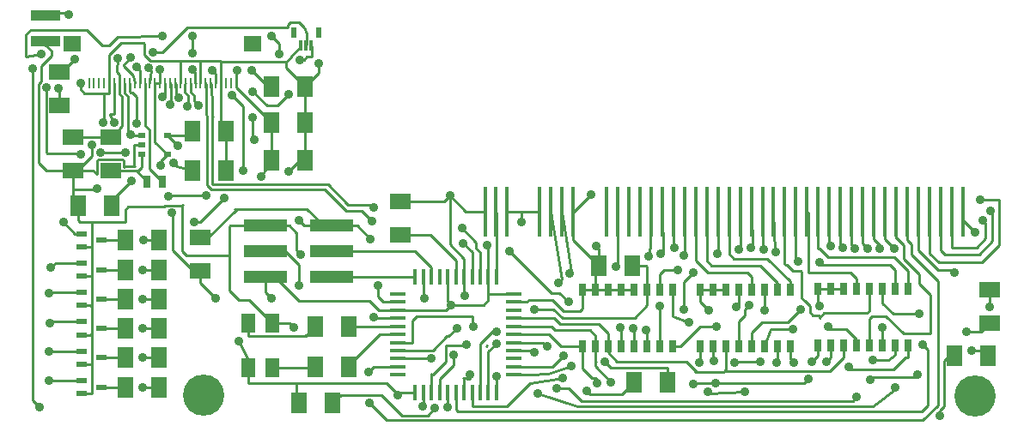
<source format=gtl>
G04 (created by PCBNEW (2013-may-18)-stable) date Mon Aug 15 13:55:16 2016*
%MOIN*%
G04 Gerber Fmt 3.4, Leading zero omitted, Abs format*
%FSLAX34Y34*%
G01*
G70*
G90*
G04 APERTURE LIST*
%ADD10C,0.00590551*%
%ADD11R,0.06X0.016*%
%ADD12R,0.016X0.06*%
%ADD13R,0.025X0.05*%
%ADD14R,0.06X0.08*%
%ADD15R,0.08X0.06*%
%ADD16R,0.025X0.045*%
%ADD17R,0.166929X0.05*%
%ADD18R,0.0551181X0.0748031*%
%ADD19R,0.015748X0.19685*%
%ADD20R,0.0394X0.0236*%
%ADD21R,0.00984252X0.0433071*%
%ADD22R,0.0669291X0.0590551*%
%ADD23R,0.03X0.02*%
%ADD24C,0.16*%
%ADD25R,0.011811X0.0433071*%
%ADD26R,0.0204724X0.0393701*%
%ADD27R,0.11811X0.0393701*%
%ADD28C,0.035*%
%ADD29C,0.01*%
G04 APERTURE END LIST*
G54D10*
G54D11*
X72269Y-60059D03*
X72269Y-59744D03*
X72269Y-59429D03*
X72269Y-59114D03*
X72269Y-58799D03*
X72269Y-58484D03*
X72269Y-60374D03*
X72269Y-60689D03*
X72269Y-61004D03*
X72269Y-61319D03*
X72269Y-61634D03*
X67769Y-60059D03*
X67769Y-59744D03*
X67769Y-59429D03*
X67769Y-59114D03*
X67769Y-58799D03*
X67769Y-58484D03*
X67769Y-60374D03*
X67769Y-60689D03*
X67769Y-61004D03*
X67769Y-61319D03*
X67769Y-61634D03*
G54D12*
X70019Y-57809D03*
X70019Y-62309D03*
X69704Y-57809D03*
X69704Y-62309D03*
X69389Y-62309D03*
X69389Y-57809D03*
X69074Y-57809D03*
X69074Y-62309D03*
X68759Y-62309D03*
X68759Y-57809D03*
X68444Y-57809D03*
X68444Y-62309D03*
X70334Y-62309D03*
X70334Y-57809D03*
X70649Y-57809D03*
X70649Y-62309D03*
X70964Y-62309D03*
X70964Y-57809D03*
X71279Y-57809D03*
X71279Y-62309D03*
X71594Y-62309D03*
X71594Y-57809D03*
G54D13*
X87557Y-58289D03*
X87057Y-58289D03*
X86557Y-58289D03*
X86057Y-58289D03*
X85557Y-58289D03*
X85057Y-58289D03*
X84557Y-58289D03*
X84057Y-58289D03*
X84057Y-60489D03*
X84557Y-60489D03*
X85057Y-60489D03*
X85557Y-60489D03*
X86057Y-60489D03*
X86557Y-60489D03*
X87057Y-60489D03*
X87557Y-60489D03*
X78423Y-58329D03*
X77923Y-58329D03*
X77423Y-58329D03*
X76923Y-58329D03*
X76423Y-58329D03*
X75923Y-58329D03*
X75423Y-58329D03*
X74923Y-58329D03*
X74923Y-60529D03*
X75423Y-60529D03*
X75923Y-60529D03*
X76423Y-60529D03*
X76923Y-60529D03*
X77423Y-60529D03*
X77923Y-60529D03*
X78423Y-60529D03*
G54D14*
X76850Y-57381D03*
X75550Y-57381D03*
G54D15*
X54625Y-51142D03*
X54625Y-49842D03*
G54D14*
X58504Y-56397D03*
X57204Y-56397D03*
X58504Y-57539D03*
X57204Y-57539D03*
X58504Y-58681D03*
X57204Y-58681D03*
X58504Y-59822D03*
X57204Y-59822D03*
X58504Y-60964D03*
X57204Y-60964D03*
X56653Y-55059D03*
X55353Y-55059D03*
X64173Y-53287D03*
X62873Y-53287D03*
X64173Y-51830D03*
X62873Y-51830D03*
G54D15*
X55177Y-53701D03*
X55177Y-52401D03*
X56633Y-53701D03*
X56633Y-52401D03*
G54D14*
X59802Y-52145D03*
X61102Y-52145D03*
X59802Y-53681D03*
X61102Y-53681D03*
X62873Y-50413D03*
X64173Y-50413D03*
X76928Y-61909D03*
X78228Y-61909D03*
X58504Y-62106D03*
X57204Y-62106D03*
G54D15*
X67854Y-56181D03*
X67854Y-54881D03*
G54D14*
X90669Y-60885D03*
X89369Y-60885D03*
G54D15*
X60098Y-57598D03*
X60098Y-56298D03*
G54D14*
X64566Y-61318D03*
X65866Y-61318D03*
X64566Y-59744D03*
X65866Y-59744D03*
G54D15*
X90728Y-59606D03*
X90728Y-58306D03*
G54D16*
X58026Y-54114D03*
X58626Y-54114D03*
G54D17*
X65197Y-57830D03*
X62637Y-57830D03*
X65197Y-56830D03*
X62637Y-56830D03*
X65197Y-55830D03*
X62637Y-55830D03*
G54D18*
X61948Y-59625D03*
X61948Y-61358D03*
X62893Y-61358D03*
X62893Y-59625D03*
G54D19*
X89708Y-55294D03*
X89275Y-55294D03*
X88842Y-55294D03*
X88409Y-55294D03*
X87976Y-55294D03*
X87543Y-55294D03*
X87110Y-55294D03*
X86677Y-55294D03*
X86244Y-55294D03*
X85811Y-55294D03*
X85378Y-55294D03*
X84945Y-55294D03*
X84512Y-55294D03*
X84079Y-55294D03*
X83645Y-55294D03*
X83212Y-55294D03*
X82779Y-55294D03*
X82346Y-55294D03*
X81913Y-55294D03*
X81480Y-55294D03*
X81047Y-55294D03*
X80614Y-55294D03*
X80181Y-55294D03*
X79748Y-55294D03*
X79315Y-55294D03*
X78882Y-55294D03*
X78449Y-55294D03*
X78016Y-55294D03*
X77582Y-55294D03*
X77149Y-55294D03*
X76716Y-55294D03*
X76283Y-55294D03*
X75850Y-55294D03*
X74551Y-55294D03*
X74118Y-55294D03*
X73685Y-55294D03*
X73252Y-55294D03*
X71992Y-55294D03*
X71579Y-55294D03*
X71165Y-55294D03*
G54D20*
X55511Y-62362D03*
X55511Y-61850D03*
X56259Y-62106D03*
X55511Y-56653D03*
X55511Y-56141D03*
X56259Y-56397D03*
X55511Y-57795D03*
X55511Y-57283D03*
X56259Y-57539D03*
X55511Y-58937D03*
X55511Y-58425D03*
X56259Y-58681D03*
X55511Y-60078D03*
X55511Y-59566D03*
X56259Y-59822D03*
X55511Y-61220D03*
X55511Y-60708D03*
X56259Y-60964D03*
G54D21*
X55781Y-50295D03*
X55978Y-50295D03*
X56175Y-50295D03*
X56372Y-50295D03*
X56569Y-50295D03*
X56765Y-50295D03*
X56962Y-50295D03*
X57159Y-50295D03*
X57356Y-50295D03*
X57553Y-50295D03*
X57750Y-50295D03*
X57947Y-50295D03*
X58143Y-50295D03*
X58340Y-50295D03*
X58537Y-50295D03*
X58734Y-50295D03*
X58931Y-50295D03*
X59128Y-50295D03*
X59325Y-50295D03*
X59521Y-50295D03*
X59718Y-50295D03*
X59915Y-50295D03*
X60112Y-50295D03*
X60309Y-50295D03*
X60506Y-50295D03*
X60702Y-50295D03*
X60899Y-50295D03*
X61096Y-50295D03*
X61293Y-50295D03*
X61490Y-50295D03*
G54D22*
X55141Y-48755D03*
X62141Y-48755D03*
G54D23*
X57826Y-52321D03*
X57826Y-53071D03*
X58826Y-52321D03*
X57826Y-52696D03*
X58826Y-53071D03*
G54D13*
X82990Y-58329D03*
X82490Y-58329D03*
X81990Y-58329D03*
X81490Y-58329D03*
X80990Y-58329D03*
X80490Y-58329D03*
X79990Y-58329D03*
X79490Y-58329D03*
X79490Y-60529D03*
X79990Y-60529D03*
X80490Y-60529D03*
X80990Y-60529D03*
X81490Y-60529D03*
X81990Y-60529D03*
X82490Y-60529D03*
X82990Y-60529D03*
G54D24*
X90177Y-62460D03*
X60216Y-62421D03*
G54D14*
X63936Y-62736D03*
X65236Y-62736D03*
G54D25*
X64412Y-48809D03*
X64212Y-48809D03*
X64012Y-48809D03*
G54D26*
X64692Y-48309D03*
X63732Y-48309D03*
G54D27*
X54094Y-48649D03*
X54094Y-47649D03*
G54D28*
X56909Y-49311D03*
X63956Y-49389D03*
X54114Y-50452D03*
X55452Y-53051D03*
X56240Y-52972D03*
X57185Y-52972D03*
X58562Y-53484D03*
X58523Y-49744D03*
X62106Y-49783D03*
X84389Y-61122D03*
X83681Y-61791D03*
X76043Y-61909D03*
X79232Y-61988D03*
X80019Y-61082D03*
X80098Y-61948D03*
X75492Y-61948D03*
X79783Y-62303D03*
X81240Y-62303D03*
X83838Y-61122D03*
X79468Y-61161D03*
X58090Y-49704D03*
X89822Y-59940D03*
X88129Y-60452D03*
X88011Y-59271D03*
X70570Y-61633D03*
X75098Y-62263D03*
X81988Y-59114D03*
X74153Y-61751D03*
X73051Y-59074D03*
X66751Y-55649D03*
X70295Y-56515D03*
X66830Y-55137D03*
X70255Y-55925D03*
X59074Y-53405D03*
X57381Y-52303D03*
X53937Y-49153D03*
X54232Y-61870D03*
X59783Y-48444D03*
X59783Y-49744D03*
X59783Y-49114D03*
X58641Y-48444D03*
X54232Y-60728D03*
X58641Y-50807D03*
X54271Y-59625D03*
X58917Y-51122D03*
X54311Y-57460D03*
X59586Y-51200D03*
X54232Y-58444D03*
X59271Y-50846D03*
X54783Y-55688D03*
X60019Y-51161D03*
X57618Y-49665D03*
X58248Y-49074D03*
X57381Y-49291D03*
X57618Y-51850D03*
X57421Y-54074D03*
X68799Y-58641D03*
X63917Y-58169D03*
X90177Y-56082D03*
X71594Y-59940D03*
X69704Y-62893D03*
X86003Y-56712D03*
X71594Y-60413D03*
X90452Y-55610D03*
X70688Y-59744D03*
X90767Y-55255D03*
X70059Y-59822D03*
X90374Y-54822D03*
X89350Y-57657D03*
X69074Y-61003D03*
X66673Y-62736D03*
X66633Y-61515D03*
X70413Y-60452D03*
X73917Y-62145D03*
X85570Y-62500D03*
X87027Y-56712D03*
X69940Y-60846D03*
X73208Y-62342D03*
X87066Y-62106D03*
X86476Y-56712D03*
X63917Y-55610D03*
X66712Y-56358D03*
X66988Y-58169D03*
X73051Y-60767D03*
X73996Y-58051D03*
X74429Y-57696D03*
X73562Y-60531D03*
X88799Y-63208D03*
X56751Y-51830D03*
X56082Y-54389D03*
X56318Y-51830D03*
X55885Y-52696D03*
X55452Y-50295D03*
X63523Y-53720D03*
X64704Y-49507D03*
X90728Y-58996D03*
X87933Y-61633D03*
X86082Y-61830D03*
X90019Y-60688D03*
X63996Y-56948D03*
X63720Y-59783D03*
X61594Y-60334D03*
X70374Y-58562D03*
X66830Y-59389D03*
X67775Y-62421D03*
X74192Y-60885D03*
X75255Y-54625D03*
X69783Y-54665D03*
X75807Y-61122D03*
X78641Y-57539D03*
X75452Y-56633D03*
X79822Y-59114D03*
X84114Y-58956D03*
X76240Y-57421D03*
X79074Y-59586D03*
X82460Y-61161D03*
X81476Y-56673D03*
X81397Y-58917D03*
X81003Y-56751D03*
X80885Y-58996D03*
X80177Y-56909D03*
X76909Y-59822D03*
X78877Y-56988D03*
X79232Y-57657D03*
X78877Y-59074D03*
X78484Y-56673D03*
X77381Y-59901D03*
X77972Y-56909D03*
X77933Y-58956D03*
X86555Y-59783D03*
X85492Y-56712D03*
X85019Y-56673D03*
X86200Y-61043D03*
X84468Y-59744D03*
X84547Y-56633D03*
X77500Y-57027D03*
X76397Y-59783D03*
X84114Y-57263D03*
X83287Y-57224D03*
X82421Y-56870D03*
X83405Y-59074D03*
X83090Y-59862D03*
X81948Y-56751D03*
X69192Y-62933D03*
X71594Y-61673D03*
X57854Y-62106D03*
X61318Y-50767D03*
X63169Y-49153D03*
X63523Y-50728D03*
X62145Y-50610D03*
X62854Y-48444D03*
X61751Y-53681D03*
X62185Y-52500D03*
X62145Y-51633D03*
X54586Y-50492D03*
X55216Y-49350D03*
X57854Y-58681D03*
X57893Y-56397D03*
X57854Y-57539D03*
X57854Y-59822D03*
X57854Y-60964D03*
X62460Y-53917D03*
X60334Y-54665D03*
X58877Y-54704D03*
X58996Y-55334D03*
X61515Y-49783D03*
X60570Y-49783D03*
X62854Y-58641D03*
X60688Y-58641D03*
X85255Y-61318D03*
X68720Y-62854D03*
X69822Y-58917D03*
X74389Y-58799D03*
X72106Y-56830D03*
X71240Y-56594D03*
X74507Y-61279D03*
X81830Y-61122D03*
X80846Y-61161D03*
X80137Y-59744D03*
X83129Y-61161D03*
X54980Y-47637D03*
X53602Y-49724D03*
X53858Y-62874D03*
X59862Y-55688D03*
X61043Y-54744D03*
X72578Y-55688D03*
X59232Y-52736D03*
G54D29*
X71240Y-60492D02*
X71200Y-60531D01*
X56958Y-52076D02*
X56958Y-52057D01*
X56962Y-50702D02*
X56962Y-50295D01*
X57066Y-51948D02*
X57066Y-50807D01*
X57066Y-50807D02*
X56962Y-50702D01*
X56958Y-52057D02*
X57066Y-51948D01*
X56962Y-50295D02*
X56962Y-49954D01*
X56962Y-49954D02*
X56870Y-49862D01*
X56870Y-49862D02*
X56909Y-49311D01*
X64432Y-49111D02*
X64432Y-48868D01*
X64432Y-49268D02*
X64432Y-49111D01*
X64429Y-49271D02*
X64432Y-49268D01*
X64232Y-49271D02*
X64429Y-49271D01*
X64114Y-49389D02*
X64232Y-49271D01*
X63956Y-49389D02*
X64114Y-49389D01*
X56962Y-52072D02*
X56958Y-52076D01*
X56958Y-52076D02*
X56633Y-52401D01*
X55177Y-52401D02*
X56633Y-52401D01*
X57185Y-52972D02*
X56240Y-52972D01*
X54114Y-52972D02*
X54114Y-50452D01*
X54153Y-53011D02*
X54114Y-52972D01*
X55413Y-53011D02*
X54153Y-53011D01*
X55452Y-53051D02*
X55413Y-53011D01*
X57185Y-52972D02*
X57145Y-53011D01*
X58562Y-53335D02*
X58826Y-53071D01*
X58562Y-53484D02*
X58562Y-53335D01*
X62873Y-50413D02*
X62736Y-50413D01*
X62736Y-50413D02*
X62106Y-49783D01*
X58340Y-52585D02*
X58826Y-53071D01*
X58340Y-50295D02*
X58340Y-52585D01*
X58537Y-49758D02*
X58537Y-50295D01*
X58523Y-49744D02*
X58537Y-49758D01*
X58340Y-50295D02*
X58537Y-50295D01*
X75923Y-60529D02*
X75923Y-60765D01*
X75923Y-60765D02*
X76279Y-61122D01*
X76279Y-61122D02*
X78562Y-61122D01*
X79350Y-61515D02*
X79311Y-61515D01*
X78956Y-61122D02*
X79350Y-61515D01*
X78562Y-61122D02*
X78956Y-61122D01*
X72269Y-59429D02*
X73838Y-59429D01*
X75923Y-60017D02*
X75923Y-60529D01*
X75570Y-59665D02*
X75923Y-60017D01*
X74074Y-59665D02*
X75570Y-59665D01*
X73838Y-59429D02*
X74074Y-59665D01*
X80433Y-61496D02*
X84527Y-61496D01*
X85057Y-60966D02*
X85057Y-60489D01*
X84527Y-61496D02*
X85057Y-60966D01*
X80490Y-61438D02*
X80490Y-60489D01*
X80413Y-61515D02*
X80433Y-61496D01*
X80433Y-61496D02*
X80490Y-61438D01*
X79311Y-61515D02*
X80413Y-61515D01*
X84389Y-61122D02*
X84557Y-60954D01*
X84557Y-60489D02*
X84557Y-60954D01*
X83681Y-61791D02*
X83523Y-61948D01*
X83523Y-61948D02*
X83366Y-61948D01*
X80098Y-61948D02*
X79271Y-61948D01*
X75452Y-61122D02*
X75423Y-61122D01*
X75423Y-61151D02*
X75452Y-61122D01*
X75423Y-61289D02*
X75423Y-61151D01*
X76043Y-61909D02*
X75423Y-61289D01*
X79271Y-61948D02*
X79232Y-61988D01*
X75423Y-60529D02*
X75423Y-60108D01*
X73720Y-59744D02*
X72269Y-59744D01*
X73877Y-59901D02*
X73720Y-59744D01*
X75216Y-59901D02*
X73877Y-59901D01*
X75423Y-60108D02*
X75216Y-59901D01*
X80098Y-61948D02*
X83366Y-61948D01*
X83366Y-61948D02*
X83523Y-61948D01*
X75423Y-60529D02*
X75423Y-61122D01*
X75423Y-61122D02*
X75423Y-61210D01*
X79990Y-61053D02*
X79990Y-60489D01*
X80019Y-61082D02*
X79990Y-61053D01*
X71594Y-57809D02*
X71594Y-55309D01*
X71594Y-55309D02*
X71579Y-55294D01*
X75452Y-61751D02*
X75452Y-61909D01*
X74923Y-61379D02*
X75295Y-61751D01*
X74923Y-60529D02*
X74923Y-61379D01*
X75295Y-61751D02*
X75452Y-61751D01*
X75452Y-61909D02*
X75492Y-61948D01*
X79822Y-62342D02*
X81240Y-62303D01*
X79783Y-62303D02*
X79822Y-62342D01*
X84057Y-60903D02*
X84057Y-60489D01*
X83838Y-61122D02*
X84057Y-60903D01*
X72269Y-60059D02*
X73641Y-60059D01*
X74111Y-60529D02*
X74923Y-60529D01*
X73641Y-60059D02*
X74111Y-60529D01*
X79490Y-61139D02*
X79490Y-60489D01*
X79468Y-61161D02*
X79490Y-61139D01*
X58143Y-50295D02*
X58183Y-49797D01*
X58183Y-49797D02*
X58090Y-49704D01*
X89822Y-59940D02*
X90394Y-59940D01*
X90394Y-59940D02*
X90728Y-59606D01*
X88011Y-63051D02*
X88090Y-63051D01*
X88326Y-60649D02*
X88129Y-60452D01*
X88326Y-62814D02*
X88326Y-60649D01*
X88090Y-63051D02*
X88326Y-62814D01*
X86555Y-63051D02*
X88011Y-63051D01*
X70019Y-62309D02*
X70019Y-62972D01*
X70098Y-63051D02*
X70019Y-62972D01*
X82342Y-63051D02*
X70098Y-63051D01*
X82814Y-63051D02*
X82342Y-63051D01*
X86555Y-63051D02*
X82814Y-63051D01*
X86557Y-58289D02*
X86557Y-58840D01*
X86988Y-59271D02*
X88011Y-59271D01*
X86557Y-58840D02*
X86988Y-59271D01*
X70452Y-61633D02*
X70570Y-61633D01*
X70334Y-61791D02*
X70295Y-61751D01*
X70334Y-62309D02*
X70334Y-61791D01*
X70570Y-61791D02*
X70452Y-61633D01*
X70295Y-61751D02*
X70570Y-61791D01*
X70570Y-61633D02*
X70570Y-61633D01*
X76456Y-62381D02*
X76928Y-61909D01*
X75216Y-62381D02*
X76456Y-62381D01*
X75098Y-62263D02*
X75216Y-62381D01*
X81990Y-58289D02*
X81990Y-59112D01*
X81990Y-59112D02*
X81988Y-59114D01*
X74153Y-59429D02*
X73799Y-59074D01*
X73799Y-59074D02*
X73051Y-59074D01*
X76850Y-57381D02*
X77381Y-57381D01*
X77423Y-57423D02*
X77423Y-58329D01*
X77381Y-57381D02*
X77423Y-57423D01*
X70649Y-62851D02*
X70649Y-62309D01*
X70649Y-62851D02*
X70649Y-62851D01*
X71988Y-62851D02*
X70649Y-62851D01*
X72893Y-61945D02*
X71988Y-62851D01*
X74153Y-61751D02*
X72893Y-61945D01*
X74153Y-61751D02*
X74153Y-61751D01*
X77423Y-58329D02*
X77423Y-58915D01*
X76948Y-59429D02*
X74153Y-59429D01*
X77423Y-58915D02*
X76948Y-59429D01*
X64940Y-54429D02*
X60531Y-54429D01*
X65767Y-55255D02*
X64940Y-54429D01*
X60531Y-54429D02*
X60374Y-54271D01*
X60309Y-50295D02*
X60334Y-50321D01*
X60334Y-50321D02*
X60334Y-51515D01*
X60334Y-51515D02*
X60374Y-51555D01*
X60374Y-54232D02*
X60374Y-51555D01*
X60374Y-54271D02*
X60374Y-54232D01*
X60295Y-50309D02*
X60309Y-50295D01*
X66358Y-55255D02*
X65767Y-55255D01*
X66751Y-55649D02*
X66358Y-55255D01*
X70649Y-57809D02*
X70649Y-56870D01*
X70649Y-56870D02*
X70295Y-56515D01*
X60570Y-54232D02*
X65059Y-54232D01*
X65059Y-54232D02*
X65846Y-55019D01*
X60506Y-50295D02*
X60531Y-50321D01*
X60570Y-51583D02*
X60570Y-54232D01*
X60610Y-51583D02*
X60570Y-51583D01*
X60570Y-51543D02*
X60610Y-51583D01*
X60570Y-51504D02*
X60570Y-51543D01*
X60570Y-50846D02*
X60570Y-51504D01*
X60559Y-50846D02*
X60570Y-50846D01*
X60531Y-50688D02*
X60559Y-50846D01*
X60531Y-50321D02*
X60531Y-50688D01*
X70964Y-57809D02*
X70964Y-56870D01*
X70964Y-56870D02*
X70807Y-56712D01*
X66712Y-55019D02*
X65846Y-55019D01*
X66830Y-55137D02*
X66712Y-55019D01*
X70807Y-56476D02*
X70255Y-55925D01*
X70807Y-56712D02*
X70807Y-56476D01*
X57159Y-50295D02*
X57159Y-50663D01*
X57303Y-52224D02*
X57381Y-52303D01*
X57303Y-50807D02*
X57303Y-52224D01*
X57159Y-50663D02*
X57303Y-50807D01*
X57826Y-52321D02*
X57400Y-52321D01*
X59192Y-53523D02*
X59802Y-53681D01*
X59074Y-53405D02*
X59192Y-53523D01*
X57400Y-52321D02*
X57381Y-52303D01*
X55688Y-48208D02*
X53543Y-48208D01*
X53543Y-48208D02*
X53346Y-48405D01*
X53937Y-49153D02*
X53326Y-49271D01*
X53326Y-49271D02*
X53346Y-49251D01*
X53346Y-49251D02*
X53346Y-48405D01*
X54252Y-61850D02*
X55511Y-61850D01*
X54232Y-61870D02*
X54252Y-61850D01*
X56574Y-48818D02*
X56299Y-48818D01*
X56299Y-48818D02*
X55688Y-48208D01*
X59901Y-50281D02*
X59901Y-49862D01*
X59901Y-49862D02*
X59783Y-49744D01*
X59783Y-49114D02*
X59783Y-48444D01*
X59915Y-50295D02*
X59901Y-50281D01*
X56909Y-48484D02*
X56574Y-48818D01*
X56574Y-48818D02*
X56555Y-48838D01*
X58641Y-48444D02*
X56909Y-48484D01*
X54252Y-60708D02*
X55511Y-60708D01*
X54232Y-60728D02*
X54252Y-60708D01*
X58734Y-50295D02*
X58734Y-50714D01*
X58734Y-50714D02*
X58641Y-50807D01*
X54330Y-59566D02*
X55511Y-59566D01*
X54271Y-59625D02*
X54330Y-59566D01*
X58931Y-50295D02*
X58956Y-50321D01*
X58956Y-51082D02*
X58917Y-51122D01*
X58956Y-50321D02*
X58956Y-51082D01*
X54488Y-57283D02*
X55511Y-57283D01*
X54311Y-57460D02*
X54488Y-57283D01*
X59507Y-50309D02*
X59507Y-50649D01*
X59507Y-50649D02*
X59625Y-50767D01*
X59625Y-50767D02*
X59625Y-50846D01*
X59625Y-50846D02*
X59625Y-51043D01*
X59625Y-51043D02*
X59625Y-51161D01*
X59625Y-51161D02*
X59586Y-51200D01*
X59521Y-50295D02*
X59507Y-50309D01*
X54252Y-58425D02*
X55511Y-58425D01*
X54232Y-58444D02*
X54252Y-58425D01*
X59128Y-50295D02*
X59153Y-50321D01*
X59153Y-50728D02*
X59271Y-50846D01*
X59153Y-50321D02*
X59153Y-50728D01*
X55236Y-56141D02*
X55511Y-56141D01*
X54783Y-55688D02*
X55236Y-56141D01*
X59739Y-50316D02*
X59739Y-50644D01*
X59739Y-50644D02*
X59862Y-50767D01*
X59862Y-50767D02*
X59862Y-51003D01*
X59862Y-51003D02*
X60019Y-51161D01*
X59718Y-50295D02*
X59739Y-50316D01*
X57947Y-50295D02*
X57947Y-51923D01*
X57947Y-51923D02*
X58129Y-52106D01*
X58129Y-52106D02*
X58129Y-53617D01*
X58129Y-53617D02*
X58626Y-54114D01*
X57750Y-49797D02*
X57750Y-50295D01*
X57618Y-49665D02*
X57750Y-49797D01*
X57381Y-49291D02*
X57381Y-49330D01*
X57145Y-49625D02*
X57503Y-49984D01*
X57145Y-49566D02*
X57145Y-49625D01*
X57381Y-49330D02*
X57145Y-49566D01*
X64232Y-48366D02*
X64232Y-48789D01*
X63484Y-48129D02*
X63484Y-48031D01*
X63917Y-47933D02*
X64114Y-48129D01*
X63582Y-47933D02*
X63917Y-47933D01*
X63484Y-48031D02*
X63582Y-47933D01*
X64114Y-48129D02*
X64232Y-48366D01*
X59586Y-48129D02*
X63484Y-48129D01*
X64232Y-48789D02*
X64212Y-48809D01*
X58248Y-49074D02*
X58523Y-49074D01*
X58641Y-49074D02*
X59586Y-48129D01*
X58523Y-49074D02*
X58641Y-49074D01*
X59586Y-48129D02*
X59586Y-48169D01*
X59586Y-48169D02*
X59586Y-48129D01*
X57553Y-50295D02*
X57503Y-49984D01*
X57618Y-51850D02*
X57618Y-50807D01*
X57356Y-50624D02*
X57356Y-50295D01*
X57381Y-50649D02*
X57356Y-50624D01*
X57460Y-50649D02*
X57381Y-50649D01*
X57618Y-50807D02*
X57460Y-50649D01*
X57592Y-51825D02*
X57618Y-51850D01*
X57421Y-54074D02*
X56653Y-54842D01*
X56653Y-54842D02*
X56653Y-55059D01*
X68444Y-57809D02*
X65218Y-57809D01*
X65218Y-57809D02*
X65197Y-57830D01*
X62637Y-56830D02*
X63405Y-56830D01*
X68759Y-58602D02*
X68759Y-57809D01*
X68799Y-58641D02*
X68759Y-58602D01*
X63917Y-57342D02*
X63917Y-58169D01*
X63405Y-56830D02*
X63917Y-57342D01*
X70964Y-62309D02*
X70964Y-60410D01*
X71434Y-59941D02*
X71594Y-59940D01*
X70964Y-60410D02*
X71434Y-59941D01*
X89708Y-55614D02*
X89708Y-55294D01*
X90177Y-56082D02*
X89708Y-55614D01*
X69704Y-62309D02*
X69704Y-62893D01*
X69704Y-62893D02*
X69704Y-62893D01*
X85811Y-56520D02*
X86003Y-56712D01*
X85811Y-56520D02*
X85811Y-55294D01*
X71279Y-60728D02*
X71279Y-62309D01*
X71594Y-60413D02*
X71279Y-60728D01*
X89275Y-55294D02*
X89275Y-56668D01*
X90216Y-56673D02*
X89271Y-56673D01*
X89271Y-56673D02*
X89275Y-56668D01*
X90452Y-55610D02*
X90570Y-55728D01*
X90570Y-55728D02*
X90570Y-56318D01*
X90570Y-56318D02*
X90216Y-56673D01*
X70649Y-59350D02*
X70649Y-59704D01*
X70649Y-59704D02*
X70688Y-59744D01*
X70649Y-59350D02*
X68484Y-59350D01*
X68326Y-60374D02*
X68326Y-60374D01*
X68326Y-59507D02*
X68326Y-60374D01*
X68484Y-59350D02*
X68326Y-59507D01*
X68326Y-60374D02*
X67769Y-60374D01*
X88842Y-56795D02*
X88842Y-55294D01*
X88996Y-56948D02*
X88842Y-56795D01*
X90334Y-56948D02*
X88996Y-56948D01*
X90846Y-56437D02*
X90334Y-56948D01*
X90846Y-55334D02*
X90846Y-56437D01*
X90767Y-55255D02*
X90846Y-55334D01*
X88409Y-55294D02*
X88409Y-56913D01*
X69114Y-60689D02*
X67769Y-60689D01*
X69665Y-60137D02*
X69114Y-60689D01*
X69744Y-60137D02*
X69665Y-60137D01*
X70059Y-59822D02*
X69744Y-60137D01*
X91082Y-54822D02*
X90374Y-54822D01*
X91082Y-56594D02*
X91082Y-54822D01*
X90413Y-57263D02*
X91082Y-56594D01*
X88759Y-57263D02*
X90413Y-57263D01*
X88409Y-56913D02*
X88759Y-57263D01*
X67769Y-61004D02*
X69074Y-61004D01*
X87976Y-56795D02*
X87976Y-55294D01*
X88720Y-57539D02*
X87976Y-56795D01*
X89232Y-57539D02*
X88720Y-57539D01*
X89350Y-57657D02*
X89232Y-57539D01*
X69074Y-61004D02*
X69074Y-61003D01*
X67769Y-61319D02*
X66830Y-61319D01*
X67342Y-63405D02*
X69311Y-63405D01*
X66673Y-62736D02*
X67342Y-63405D01*
X66830Y-61319D02*
X66633Y-61515D01*
X87696Y-56555D02*
X87696Y-56948D01*
X87543Y-56401D02*
X87696Y-56555D01*
X87543Y-56401D02*
X87543Y-55294D01*
X88720Y-57972D02*
X88444Y-57696D01*
X87696Y-56948D02*
X88444Y-57696D01*
X88129Y-63405D02*
X88720Y-62814D01*
X88720Y-62814D02*
X88720Y-57972D01*
X69311Y-63405D02*
X88129Y-63405D01*
X69074Y-62309D02*
X69074Y-61634D01*
X69074Y-61594D02*
X69074Y-61634D01*
X69074Y-61633D02*
X69074Y-61594D01*
X69074Y-61634D02*
X69074Y-61633D01*
X69074Y-61634D02*
X69113Y-61634D01*
X69113Y-61634D02*
X69625Y-61122D01*
X69625Y-61122D02*
X69625Y-60492D01*
X69625Y-60492D02*
X70334Y-60492D01*
X70334Y-60492D02*
X70374Y-60452D01*
X70374Y-60452D02*
X70413Y-60452D01*
X74389Y-62145D02*
X73917Y-62145D01*
X74895Y-62651D02*
X74389Y-62145D01*
X85419Y-62651D02*
X74895Y-62651D01*
X85570Y-62500D02*
X85419Y-62651D01*
X86677Y-55294D02*
X86677Y-56362D01*
X86677Y-56362D02*
X87027Y-56712D01*
X69389Y-62309D02*
X69389Y-61791D01*
X69940Y-61240D02*
X69940Y-60846D01*
X69389Y-61791D02*
X69940Y-61240D01*
X74740Y-62851D02*
X86243Y-62851D01*
X73208Y-62342D02*
X74740Y-62851D01*
X86200Y-62851D02*
X87148Y-62106D01*
X87148Y-62106D02*
X87066Y-62106D01*
X86243Y-62851D02*
X86200Y-62851D01*
X86244Y-55294D02*
X86244Y-56362D01*
X86476Y-56594D02*
X86476Y-56712D01*
X86244Y-56362D02*
X86476Y-56594D01*
X60098Y-56298D02*
X60394Y-56298D01*
X61515Y-55177D02*
X61437Y-55177D01*
X60394Y-56298D02*
X61515Y-55177D01*
X64137Y-55830D02*
X65197Y-55830D01*
X63917Y-55610D02*
X64137Y-55830D01*
X64885Y-55830D02*
X65197Y-55830D01*
X64232Y-55177D02*
X64885Y-55830D01*
X61437Y-55177D02*
X64232Y-55177D01*
X67769Y-58799D02*
X67184Y-58799D01*
X66185Y-55830D02*
X65197Y-55830D01*
X66712Y-56358D02*
X66185Y-55830D01*
X66988Y-58602D02*
X66988Y-58169D01*
X67184Y-58799D02*
X66988Y-58602D01*
X65197Y-56830D02*
X68444Y-56830D01*
X69074Y-57460D02*
X69074Y-57809D01*
X68444Y-56830D02*
X69074Y-57460D01*
X73685Y-55294D02*
X74118Y-57928D01*
X72972Y-60689D02*
X72269Y-60689D01*
X73051Y-60767D02*
X72972Y-60689D01*
X74118Y-57928D02*
X73996Y-58051D01*
X72269Y-60374D02*
X73405Y-60374D01*
X74512Y-57613D02*
X74118Y-55294D01*
X74429Y-57696D02*
X74512Y-57613D01*
X73405Y-60374D02*
X73562Y-60531D01*
X88799Y-63208D02*
X88799Y-63011D01*
X88956Y-61101D02*
X89369Y-60688D01*
X88956Y-62854D02*
X88956Y-61101D01*
X88799Y-63011D02*
X88956Y-62854D01*
X88799Y-63208D02*
X88799Y-63090D01*
X56751Y-50309D02*
X56765Y-50295D01*
X56751Y-51476D02*
X56751Y-50309D01*
X56594Y-51476D02*
X56751Y-51476D01*
X56594Y-51515D02*
X56594Y-51476D01*
X56751Y-51830D02*
X56594Y-51515D01*
X89290Y-60767D02*
X89369Y-60688D01*
X54074Y-48720D02*
X54074Y-48779D01*
X54134Y-53701D02*
X55177Y-53701D01*
X53818Y-53385D02*
X54134Y-53701D01*
X53818Y-50334D02*
X53818Y-53385D01*
X53937Y-50216D02*
X53818Y-50334D01*
X53937Y-49625D02*
X53937Y-50216D01*
X54330Y-49232D02*
X53937Y-49625D01*
X54330Y-49035D02*
X54330Y-49232D01*
X54074Y-48779D02*
X54330Y-49035D01*
X57913Y-49173D02*
X57913Y-48740D01*
X57027Y-48720D02*
X56594Y-49153D01*
X57893Y-48720D02*
X57027Y-48720D01*
X57913Y-48740D02*
X57893Y-48720D01*
X64012Y-48809D02*
X64012Y-48848D01*
X63582Y-49278D02*
X63582Y-49318D01*
X64012Y-48848D02*
X63582Y-49278D01*
X63838Y-61948D02*
X63838Y-62638D01*
X63838Y-62638D02*
X63936Y-62736D01*
X67775Y-62421D02*
X67775Y-62381D01*
X67342Y-61948D02*
X63838Y-61948D01*
X63838Y-61948D02*
X61948Y-61948D01*
X67775Y-62381D02*
X67342Y-61948D01*
X55511Y-60078D02*
X55885Y-60078D01*
X55846Y-60059D02*
X55885Y-60059D01*
X55866Y-60059D02*
X55846Y-60059D01*
X55885Y-60078D02*
X55866Y-60059D01*
X55511Y-58937D02*
X55885Y-58937D01*
X55846Y-58956D02*
X55885Y-58956D01*
X55866Y-58956D02*
X55846Y-58956D01*
X55885Y-58937D02*
X55866Y-58956D01*
X55511Y-57795D02*
X55885Y-57795D01*
X55846Y-57775D02*
X55885Y-57775D01*
X55866Y-57775D02*
X55846Y-57775D01*
X55885Y-57795D02*
X55866Y-57775D01*
X55511Y-56653D02*
X55885Y-56653D01*
X55885Y-56653D02*
X55885Y-56673D01*
X55885Y-61358D02*
X55885Y-60059D01*
X55885Y-60059D02*
X55885Y-58956D01*
X55885Y-58956D02*
X55885Y-57775D01*
X55885Y-57775D02*
X55885Y-56673D01*
X55885Y-56673D02*
X55885Y-55688D01*
X55885Y-55688D02*
X55885Y-55728D01*
X55885Y-55728D02*
X55885Y-55688D01*
X55511Y-62362D02*
X55905Y-62362D01*
X55866Y-61220D02*
X55511Y-61220D01*
X55885Y-61240D02*
X55866Y-61220D01*
X55885Y-62342D02*
X55885Y-61358D01*
X55885Y-61358D02*
X55885Y-61240D01*
X55905Y-62362D02*
X55885Y-62342D01*
X56043Y-54429D02*
X55177Y-54429D01*
X56082Y-54389D02*
X56043Y-54429D01*
X56358Y-51791D02*
X56358Y-50688D01*
X56318Y-51830D02*
X56358Y-51791D01*
X55177Y-53701D02*
X55314Y-53701D01*
X55885Y-53129D02*
X55885Y-52696D01*
X55314Y-53701D02*
X55885Y-53129D01*
X55177Y-53701D02*
X55177Y-53484D01*
X57086Y-53267D02*
X56141Y-53267D01*
X55945Y-53701D02*
X55177Y-53701D01*
X56082Y-53838D02*
X55945Y-53701D01*
X56082Y-53326D02*
X56082Y-53838D01*
X56141Y-53267D02*
X56082Y-53326D01*
X57066Y-53267D02*
X57086Y-53267D01*
X57539Y-53484D02*
X57539Y-53169D01*
X57578Y-53523D02*
X57539Y-53484D01*
X57162Y-53523D02*
X57578Y-53523D01*
X57145Y-53540D02*
X57162Y-53523D01*
X57145Y-53326D02*
X57145Y-53540D01*
X57086Y-53267D02*
X57145Y-53326D01*
X55452Y-50295D02*
X55492Y-50334D01*
X55492Y-50334D02*
X55452Y-50531D01*
X55452Y-50531D02*
X55610Y-50688D01*
X55610Y-50688D02*
X55807Y-50688D01*
X55807Y-50688D02*
X56358Y-50688D01*
X56358Y-50688D02*
X56569Y-50688D01*
X56569Y-50688D02*
X56569Y-50295D01*
X57539Y-53169D02*
X57539Y-52696D01*
X57539Y-52696D02*
X57826Y-52696D01*
X55177Y-53701D02*
X55177Y-54429D01*
X55177Y-54429D02*
X55177Y-54882D01*
X55177Y-54882D02*
X55353Y-55059D01*
X59389Y-55039D02*
X58740Y-55039D01*
X57185Y-55688D02*
X55885Y-55688D01*
X57185Y-55216D02*
X57185Y-55688D01*
X57303Y-55098D02*
X57185Y-55216D01*
X58681Y-55098D02*
X57303Y-55098D01*
X58740Y-55039D02*
X58681Y-55098D01*
X55885Y-55688D02*
X55413Y-55688D01*
X55353Y-55629D02*
X55353Y-55059D01*
X55413Y-55688D02*
X55353Y-55629D01*
X58169Y-49429D02*
X57913Y-49173D01*
X56569Y-49178D02*
X56569Y-49443D01*
X56569Y-50295D02*
X56569Y-49443D01*
X56594Y-49153D02*
X56569Y-49178D01*
X64173Y-50413D02*
X64173Y-51830D01*
X64173Y-51830D02*
X64173Y-53287D01*
X63956Y-53287D02*
X64173Y-53287D01*
X63523Y-53720D02*
X63956Y-53287D01*
X55177Y-53701D02*
X55512Y-53701D01*
X59547Y-56988D02*
X61240Y-56988D01*
X59389Y-56830D02*
X59547Y-56988D01*
X59389Y-55059D02*
X59389Y-55039D01*
X59389Y-55039D02*
X59389Y-56830D01*
X59429Y-55019D02*
X59389Y-55059D01*
X64704Y-49507D02*
X64704Y-49882D01*
X64704Y-49882D02*
X64173Y-50413D01*
X64704Y-49507D02*
X64639Y-49442D01*
X60112Y-50295D02*
X60112Y-49429D01*
X60112Y-49429D02*
X60098Y-49429D01*
X60899Y-50295D02*
X60899Y-51942D01*
X60899Y-49468D02*
X60899Y-50295D01*
X59325Y-50295D02*
X59325Y-49429D01*
X59311Y-49468D02*
X59311Y-49429D01*
X59311Y-49443D02*
X59311Y-49468D01*
X59325Y-49429D02*
X59311Y-49443D01*
X58169Y-49429D02*
X59311Y-49429D01*
X59311Y-49429D02*
X60098Y-49429D01*
X55177Y-53701D02*
X55353Y-53701D01*
X60899Y-51942D02*
X61102Y-52145D01*
X61102Y-53681D02*
X61102Y-52145D01*
X63432Y-49468D02*
X63432Y-49672D01*
X63432Y-49672D02*
X64173Y-50413D01*
X90728Y-58996D02*
X90728Y-58306D01*
X87854Y-61712D02*
X87933Y-61633D01*
X86200Y-61712D02*
X87854Y-61712D01*
X86082Y-61830D02*
X86200Y-61712D01*
X90019Y-60688D02*
X90669Y-60688D01*
X63547Y-55830D02*
X62637Y-55830D01*
X63838Y-56122D02*
X63547Y-55830D01*
X63838Y-56791D02*
X63838Y-56122D01*
X63996Y-56948D02*
X63838Y-56791D01*
X60899Y-49468D02*
X63432Y-49468D01*
X63432Y-49468D02*
X63582Y-49318D01*
X63582Y-49318D02*
X63576Y-49324D01*
X60899Y-49443D02*
X60899Y-49468D01*
X60885Y-49429D02*
X60899Y-49443D01*
X60098Y-49429D02*
X60885Y-49429D01*
X67854Y-54881D02*
X69567Y-54881D01*
X69567Y-54881D02*
X69783Y-54665D01*
X62637Y-55830D02*
X61255Y-55830D01*
X61255Y-55830D02*
X61240Y-55846D01*
X61240Y-55846D02*
X61240Y-56988D01*
X61988Y-58720D02*
X62893Y-59625D01*
X61240Y-56988D02*
X61240Y-58366D01*
X61240Y-58366D02*
X61594Y-58720D01*
X61594Y-58720D02*
X61988Y-58720D01*
X61948Y-61358D02*
X61948Y-61948D01*
X61948Y-61358D02*
X61948Y-61043D01*
X63562Y-59625D02*
X62893Y-59625D01*
X63720Y-59783D02*
X63562Y-59625D01*
X61948Y-61043D02*
X61594Y-60334D01*
X70334Y-58523D02*
X70334Y-57809D01*
X70374Y-58562D02*
X70334Y-58523D01*
X68444Y-62309D02*
X67887Y-62309D01*
X67887Y-62309D02*
X67775Y-62421D01*
X66870Y-59429D02*
X67769Y-59429D01*
X66830Y-59389D02*
X66870Y-59429D01*
X72269Y-61319D02*
X73759Y-61319D01*
X73759Y-61319D02*
X74192Y-60885D01*
X72269Y-58799D02*
X72775Y-58799D01*
X74923Y-59053D02*
X74923Y-58329D01*
X74822Y-59153D02*
X74923Y-59053D01*
X74192Y-59153D02*
X74822Y-59153D01*
X73759Y-58720D02*
X74192Y-59153D01*
X72854Y-58720D02*
X73759Y-58720D01*
X72775Y-58799D02*
X72854Y-58720D01*
X70334Y-57809D02*
X70334Y-57106D01*
X70334Y-57106D02*
X69783Y-56555D01*
X69783Y-56555D02*
X69783Y-54665D01*
X71165Y-55294D02*
X70412Y-55294D01*
X74587Y-55294D02*
X74551Y-55294D01*
X75255Y-54625D02*
X74587Y-55294D01*
X70412Y-55294D02*
X69783Y-54665D01*
X78228Y-61909D02*
X78228Y-61342D01*
X76043Y-61358D02*
X75807Y-61122D01*
X78212Y-61358D02*
X76043Y-61358D01*
X78228Y-61342D02*
X78212Y-61358D01*
X77923Y-58329D02*
X77923Y-57706D01*
X78090Y-57539D02*
X78641Y-57539D01*
X77923Y-57706D02*
X78090Y-57539D01*
X75550Y-57381D02*
X75550Y-56731D01*
X75550Y-56731D02*
X75452Y-56633D01*
X74551Y-55294D02*
X74551Y-56382D01*
X74551Y-56382D02*
X75550Y-57381D01*
X75423Y-58329D02*
X75423Y-57509D01*
X75423Y-57509D02*
X75550Y-57381D01*
X76423Y-58329D02*
X76923Y-58329D01*
X75923Y-58329D02*
X76423Y-58329D01*
X75423Y-58329D02*
X75923Y-58329D01*
X74923Y-58329D02*
X75423Y-58329D01*
X79490Y-58329D02*
X79490Y-58781D01*
X79490Y-58781D02*
X79822Y-59114D01*
X79990Y-58329D02*
X80490Y-58329D01*
X79490Y-58329D02*
X79990Y-58329D01*
X84557Y-58289D02*
X85057Y-58289D01*
X84057Y-58289D02*
X84557Y-58289D01*
X84057Y-58289D02*
X84057Y-58899D01*
X84057Y-58899D02*
X84114Y-58956D01*
X87110Y-56279D02*
X87110Y-56283D01*
X86057Y-59454D02*
X86161Y-59350D01*
X86161Y-59350D02*
X86712Y-59350D01*
X86712Y-59350D02*
X87381Y-60019D01*
X87381Y-60019D02*
X88444Y-60019D01*
X88444Y-60019D02*
X88444Y-58523D01*
X88444Y-58523D02*
X88011Y-58090D01*
X86057Y-59454D02*
X86057Y-60489D01*
X88011Y-57736D02*
X88011Y-58090D01*
X87405Y-57129D02*
X88011Y-57736D01*
X87405Y-56578D02*
X87405Y-57129D01*
X87110Y-56283D02*
X87405Y-56578D01*
X87110Y-56323D02*
X87110Y-56279D01*
X87110Y-56279D02*
X87110Y-55294D01*
X67769Y-60059D02*
X67066Y-60059D01*
X66043Y-61082D02*
X65866Y-61082D01*
X67066Y-60059D02*
X66043Y-61082D01*
X65866Y-59744D02*
X67769Y-59744D01*
X67769Y-59744D02*
X67769Y-59744D01*
X62893Y-61358D02*
X64290Y-61358D01*
X64290Y-61358D02*
X64566Y-61082D01*
X61948Y-60137D02*
X64153Y-60137D01*
X64192Y-60098D02*
X64192Y-60117D01*
X64153Y-60137D02*
X64192Y-60098D01*
X61948Y-59625D02*
X61948Y-60137D01*
X64192Y-60117D02*
X64566Y-59744D01*
X76283Y-55294D02*
X76283Y-57377D01*
X76283Y-57377D02*
X76240Y-57421D01*
X78423Y-59368D02*
X78423Y-58329D01*
X79074Y-59586D02*
X78423Y-59368D01*
X81480Y-55294D02*
X81520Y-56629D01*
X82490Y-61131D02*
X82490Y-60489D01*
X82460Y-61161D02*
X82490Y-61131D01*
X81520Y-56629D02*
X81476Y-56673D01*
X81047Y-55294D02*
X81047Y-56708D01*
X80990Y-59561D02*
X80990Y-60489D01*
X81240Y-59311D02*
X80990Y-59561D01*
X81240Y-59074D02*
X81240Y-59311D01*
X81397Y-58917D02*
X81240Y-59074D01*
X81047Y-56708D02*
X81003Y-56751D01*
X80614Y-55294D02*
X80614Y-56913D01*
X82990Y-57990D02*
X82990Y-58289D01*
X82106Y-57106D02*
X82990Y-57990D01*
X80807Y-57106D02*
X82106Y-57106D01*
X80614Y-56913D02*
X80807Y-57106D01*
X80181Y-55294D02*
X80181Y-56953D01*
X80990Y-58891D02*
X80990Y-58289D01*
X80885Y-58996D02*
X80990Y-58891D01*
X80177Y-56948D02*
X80177Y-56909D01*
X80181Y-56953D02*
X80177Y-56948D01*
X82490Y-58289D02*
X82490Y-58041D01*
X79748Y-57189D02*
X79748Y-55294D01*
X79940Y-57381D02*
X79748Y-57189D01*
X81830Y-57381D02*
X79940Y-57381D01*
X82490Y-58041D02*
X81830Y-57381D01*
X81490Y-58289D02*
X81490Y-57828D01*
X79315Y-57189D02*
X79315Y-55294D01*
X79783Y-57657D02*
X79315Y-57189D01*
X81318Y-57657D02*
X79783Y-57657D01*
X81490Y-57828D02*
X81318Y-57657D01*
X78882Y-55294D02*
X78882Y-56983D01*
X76923Y-59836D02*
X76923Y-60529D01*
X76909Y-59822D02*
X76923Y-59836D01*
X78882Y-56983D02*
X78877Y-56988D01*
X79232Y-57657D02*
X78877Y-58011D01*
X78877Y-58011D02*
X78877Y-59074D01*
X78449Y-55294D02*
X78449Y-56638D01*
X78449Y-56638D02*
X78484Y-56673D01*
X77423Y-59942D02*
X77423Y-60529D01*
X77381Y-59901D02*
X77423Y-59942D01*
X77923Y-60529D02*
X77923Y-58966D01*
X78055Y-56826D02*
X78016Y-55294D01*
X77972Y-56909D02*
X78055Y-56826D01*
X77923Y-58966D02*
X77933Y-58956D01*
X85378Y-55294D02*
X85378Y-56598D01*
X86557Y-59785D02*
X86557Y-60489D01*
X86555Y-59783D02*
X86557Y-59785D01*
X85378Y-56598D02*
X85492Y-56712D01*
X87057Y-60489D02*
X87057Y-60856D01*
X84945Y-56598D02*
X84945Y-55294D01*
X85019Y-56673D02*
X84945Y-56598D01*
X86791Y-61042D02*
X86200Y-61043D01*
X87057Y-60856D02*
X86791Y-61042D01*
X84512Y-55294D02*
X84512Y-56598D01*
X85557Y-60242D02*
X85557Y-60489D01*
X85177Y-59862D02*
X85557Y-60242D01*
X84507Y-59862D02*
X85177Y-59862D01*
X84468Y-59822D02*
X84507Y-59862D01*
X84468Y-59744D02*
X84468Y-59822D01*
X84512Y-56598D02*
X84547Y-56633D01*
X84079Y-56712D02*
X84114Y-56712D01*
X84468Y-57066D02*
X84547Y-57066D01*
X84114Y-56712D02*
X84468Y-57066D01*
X84079Y-55294D02*
X84079Y-56712D01*
X87557Y-57596D02*
X87557Y-58289D01*
X87027Y-57066D02*
X87557Y-57596D01*
X84547Y-57066D02*
X87027Y-57066D01*
X83681Y-57657D02*
X83681Y-55329D01*
X85557Y-57879D02*
X85334Y-57657D01*
X85334Y-57657D02*
X83681Y-57657D01*
X85557Y-58289D02*
X85557Y-57879D01*
X83681Y-55329D02*
X83645Y-55294D01*
X76423Y-60529D02*
X76423Y-59809D01*
X77578Y-56633D02*
X77582Y-55294D01*
X77500Y-57027D02*
X77578Y-56633D01*
X76423Y-59809D02*
X76397Y-59783D01*
X86555Y-57342D02*
X86870Y-57342D01*
X87066Y-57933D02*
X87057Y-57933D01*
X87066Y-57539D02*
X87066Y-57933D01*
X86870Y-57342D02*
X87066Y-57539D01*
X83212Y-55294D02*
X83212Y-57149D01*
X87057Y-57933D02*
X87057Y-58289D01*
X84192Y-57342D02*
X86555Y-57342D01*
X84114Y-57263D02*
X84192Y-57342D01*
X83212Y-57149D02*
X83287Y-57224D01*
X84114Y-59311D02*
X83877Y-59311D01*
X83759Y-58956D02*
X83720Y-58917D01*
X83759Y-59192D02*
X83759Y-58956D01*
X83877Y-59311D02*
X83759Y-59192D01*
X86057Y-58641D02*
X86057Y-59139D01*
X84114Y-59311D02*
X84114Y-59311D01*
X83720Y-58917D02*
X83562Y-58759D01*
X84114Y-59429D02*
X84114Y-59311D01*
X84311Y-59232D02*
X84114Y-59429D01*
X85964Y-59232D02*
X84311Y-59232D01*
X86057Y-59139D02*
X85964Y-59232D01*
X82834Y-57362D02*
X82874Y-57362D01*
X83090Y-57578D02*
X83169Y-57578D01*
X82874Y-57362D02*
X83090Y-57578D01*
X82779Y-57224D02*
X82779Y-57307D01*
X82779Y-57224D02*
X82779Y-55294D01*
X86057Y-58289D02*
X86057Y-58641D01*
X83405Y-57578D02*
X83169Y-57578D01*
X83444Y-57618D02*
X83405Y-57578D01*
X83444Y-58641D02*
X83444Y-57618D01*
X83562Y-58759D02*
X83444Y-58641D01*
X82779Y-57307D02*
X82834Y-57362D01*
X82386Y-56834D02*
X82421Y-56870D01*
X82346Y-55294D02*
X82386Y-56834D01*
X81490Y-60005D02*
X81490Y-60489D01*
X81909Y-59586D02*
X81490Y-60005D01*
X82893Y-59586D02*
X81909Y-59586D01*
X83405Y-59074D02*
X82893Y-59586D01*
X81990Y-60489D02*
X82224Y-59862D01*
X82224Y-59862D02*
X83090Y-59862D01*
X81913Y-56441D02*
X81913Y-55294D01*
X81948Y-56751D02*
X81913Y-56441D01*
X70019Y-57809D02*
X70019Y-57185D01*
X69016Y-56181D02*
X67854Y-56181D01*
X70019Y-57185D02*
X69016Y-56181D01*
X57613Y-53681D02*
X57696Y-53681D01*
X57826Y-53551D02*
X57826Y-53071D01*
X57696Y-53681D02*
X57826Y-53551D01*
X57613Y-53681D02*
X57613Y-53701D01*
X56633Y-53701D02*
X57613Y-53701D01*
X57613Y-53701D02*
X58026Y-54114D01*
X71594Y-62309D02*
X71594Y-61673D01*
X65551Y-62421D02*
X65236Y-62736D01*
X67145Y-62421D02*
X65551Y-62421D01*
X67933Y-63208D02*
X67145Y-62421D01*
X68917Y-63208D02*
X67933Y-63208D01*
X69192Y-62933D02*
X68917Y-63208D01*
X71594Y-61673D02*
X71594Y-61673D01*
X56259Y-62106D02*
X57204Y-62106D01*
X57854Y-62106D02*
X58504Y-62106D01*
X63523Y-50728D02*
X63090Y-51161D01*
X63090Y-51161D02*
X62696Y-51161D01*
X62696Y-51161D02*
X62145Y-50610D01*
X63169Y-48759D02*
X63169Y-49074D01*
X62854Y-48444D02*
X63169Y-48759D01*
X63169Y-49074D02*
X63169Y-49153D01*
X61751Y-51200D02*
X61751Y-53681D01*
X61318Y-50767D02*
X61751Y-51200D01*
X62145Y-51791D02*
X62145Y-51633D01*
X62185Y-52500D02*
X62145Y-52460D01*
X62145Y-52460D02*
X62145Y-51791D01*
X54625Y-51142D02*
X54625Y-50531D01*
X54625Y-50531D02*
X54586Y-50492D01*
X54625Y-49842D02*
X54724Y-49842D01*
X54724Y-49842D02*
X55216Y-49350D01*
X56259Y-60964D02*
X57204Y-60964D01*
X57854Y-58681D02*
X58504Y-58681D01*
X57893Y-56397D02*
X58504Y-56397D01*
X56259Y-56397D02*
X57204Y-56397D01*
X58504Y-57539D02*
X57854Y-57539D01*
X56259Y-57539D02*
X57204Y-57539D01*
X56259Y-58681D02*
X57204Y-58681D01*
X57854Y-59822D02*
X58504Y-59822D01*
X56259Y-59822D02*
X57204Y-59822D01*
X58504Y-60964D02*
X57854Y-60964D01*
X60098Y-57598D02*
X59842Y-57598D01*
X62854Y-53287D02*
X62873Y-53287D01*
X62460Y-53917D02*
X62854Y-53287D01*
X58917Y-54665D02*
X60334Y-54665D01*
X58877Y-54704D02*
X58917Y-54665D01*
X59035Y-55374D02*
X58996Y-55334D01*
X59035Y-56791D02*
X59035Y-55374D01*
X59842Y-57598D02*
X59035Y-56791D01*
X60702Y-50295D02*
X60702Y-49915D01*
X60702Y-49915D02*
X60570Y-49783D01*
X61490Y-50295D02*
X61490Y-50447D01*
X61490Y-49808D02*
X61490Y-50295D01*
X61515Y-49783D02*
X61490Y-49808D01*
X61490Y-50447D02*
X62873Y-51830D01*
X62873Y-53287D02*
X62873Y-51830D01*
X60098Y-57598D02*
X60098Y-58051D01*
X62637Y-58424D02*
X62637Y-57830D01*
X62854Y-58641D02*
X62637Y-58424D01*
X60098Y-58051D02*
X60688Y-58641D01*
X62637Y-57830D02*
X62988Y-57830D01*
X67027Y-59114D02*
X67769Y-59114D01*
X66673Y-58759D02*
X67027Y-59114D01*
X63917Y-58759D02*
X66673Y-58759D01*
X62988Y-57830D02*
X63917Y-58759D01*
X87557Y-60964D02*
X87460Y-60964D01*
X86988Y-61437D02*
X86870Y-61437D01*
X87460Y-60964D02*
X86988Y-61437D01*
X85255Y-61318D02*
X85374Y-61437D01*
X85374Y-61437D02*
X86870Y-61437D01*
X87557Y-60964D02*
X87557Y-60489D01*
X72269Y-58484D02*
X71279Y-58484D01*
X69704Y-57809D02*
X69704Y-58799D01*
X69704Y-58799D02*
X69822Y-58917D01*
X67769Y-59114D02*
X69626Y-59114D01*
X69626Y-59114D02*
X69822Y-58917D01*
X71279Y-57809D02*
X71279Y-58484D01*
X71279Y-58484D02*
X71279Y-58720D01*
X68759Y-62815D02*
X68759Y-62309D01*
X68720Y-62854D02*
X68759Y-62815D01*
X71082Y-58917D02*
X69822Y-58917D01*
X71279Y-58720D02*
X71082Y-58917D01*
X71279Y-56634D02*
X71279Y-57809D01*
X74389Y-58799D02*
X74035Y-58444D01*
X74035Y-58444D02*
X73720Y-58444D01*
X73720Y-58444D02*
X72106Y-56830D01*
X71240Y-56594D02*
X71279Y-56634D01*
X72269Y-61634D02*
X72854Y-61634D01*
X73602Y-61594D02*
X74507Y-61279D01*
X72854Y-61634D02*
X73602Y-61594D01*
X78423Y-60529D02*
X78722Y-60529D01*
X80885Y-61122D02*
X81830Y-61122D01*
X80846Y-61161D02*
X80885Y-61122D01*
X79507Y-59744D02*
X80137Y-59744D01*
X78722Y-60529D02*
X79507Y-59744D01*
X82990Y-61021D02*
X82990Y-60489D01*
X83129Y-61161D02*
X82990Y-61021D01*
X54881Y-47539D02*
X54074Y-47539D01*
X54980Y-47637D02*
X54881Y-47539D01*
X53602Y-62618D02*
X53602Y-49724D01*
X53858Y-62874D02*
X53602Y-62618D01*
X60098Y-55688D02*
X59862Y-55688D01*
X61043Y-54744D02*
X60098Y-55688D01*
X72578Y-55294D02*
X72578Y-55688D01*
X58826Y-52330D02*
X58826Y-52321D01*
X59232Y-52736D02*
X58826Y-52330D01*
X58826Y-52321D02*
X59626Y-52321D01*
X59626Y-52321D02*
X59802Y-52145D01*
X71992Y-55294D02*
X72578Y-55294D01*
X72578Y-55294D02*
X73252Y-55294D01*
M02*

</source>
